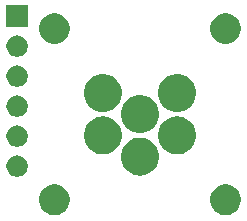
<source format=gbs>
G04 #@! TF.GenerationSoftware,KiCad,Pcbnew,5.1.5-52549c5~84~ubuntu19.10.1*
G04 #@! TF.CreationDate,2020-03-01T18:50:15+01:00*
G04 #@! TF.ProjectId,C245_conn,43323435-5f63-46f6-9e6e-2e6b69636164,rev?*
G04 #@! TF.SameCoordinates,Original*
G04 #@! TF.FileFunction,Soldermask,Bot*
G04 #@! TF.FilePolarity,Negative*
%FSLAX46Y46*%
G04 Gerber Fmt 4.6, Leading zero omitted, Abs format (unit mm)*
G04 Created by KiCad (PCBNEW 5.1.5-52549c5~84~ubuntu19.10.1) date 2020-03-01 18:50:15*
%MOMM*%
%LPD*%
G04 APERTURE LIST*
%ADD10C,0.100000*%
G04 APERTURE END LIST*
D10*
G36*
X107629487Y-116198996D02*
G01*
X107866253Y-116297068D01*
X107866255Y-116297069D01*
X108079339Y-116439447D01*
X108260553Y-116620661D01*
X108402932Y-116833747D01*
X108501004Y-117070513D01*
X108551000Y-117321861D01*
X108551000Y-117578139D01*
X108501004Y-117829487D01*
X108402932Y-118066253D01*
X108402931Y-118066255D01*
X108260553Y-118279339D01*
X108079339Y-118460553D01*
X107866255Y-118602931D01*
X107866254Y-118602932D01*
X107866253Y-118602932D01*
X107629487Y-118701004D01*
X107378139Y-118751000D01*
X107121861Y-118751000D01*
X106870513Y-118701004D01*
X106633747Y-118602932D01*
X106633746Y-118602932D01*
X106633745Y-118602931D01*
X106420661Y-118460553D01*
X106239447Y-118279339D01*
X106097069Y-118066255D01*
X106097068Y-118066253D01*
X105998996Y-117829487D01*
X105949000Y-117578139D01*
X105949000Y-117321861D01*
X105998996Y-117070513D01*
X106097068Y-116833747D01*
X106239447Y-116620661D01*
X106420661Y-116439447D01*
X106633745Y-116297069D01*
X106633747Y-116297068D01*
X106870513Y-116198996D01*
X107121861Y-116149000D01*
X107378139Y-116149000D01*
X107629487Y-116198996D01*
G37*
G36*
X122129487Y-116198996D02*
G01*
X122366253Y-116297068D01*
X122366255Y-116297069D01*
X122579339Y-116439447D01*
X122760553Y-116620661D01*
X122902932Y-116833747D01*
X123001004Y-117070513D01*
X123051000Y-117321861D01*
X123051000Y-117578139D01*
X123001004Y-117829487D01*
X122902932Y-118066253D01*
X122902931Y-118066255D01*
X122760553Y-118279339D01*
X122579339Y-118460553D01*
X122366255Y-118602931D01*
X122366254Y-118602932D01*
X122366253Y-118602932D01*
X122129487Y-118701004D01*
X121878139Y-118751000D01*
X121621861Y-118751000D01*
X121370513Y-118701004D01*
X121133747Y-118602932D01*
X121133746Y-118602932D01*
X121133745Y-118602931D01*
X120920661Y-118460553D01*
X120739447Y-118279339D01*
X120597069Y-118066255D01*
X120597068Y-118066253D01*
X120498996Y-117829487D01*
X120449000Y-117578139D01*
X120449000Y-117321861D01*
X120498996Y-117070513D01*
X120597068Y-116833747D01*
X120739447Y-116620661D01*
X120920661Y-116439447D01*
X121133745Y-116297069D01*
X121133747Y-116297068D01*
X121370513Y-116198996D01*
X121621861Y-116149000D01*
X121878139Y-116149000D01*
X122129487Y-116198996D01*
G37*
G36*
X104213512Y-113703927D02*
G01*
X104362812Y-113733624D01*
X104526784Y-113801544D01*
X104674354Y-113900147D01*
X104799853Y-114025646D01*
X104898456Y-114173216D01*
X104966376Y-114337188D01*
X105001000Y-114511259D01*
X105001000Y-114688741D01*
X104966376Y-114862812D01*
X104898456Y-115026784D01*
X104799853Y-115174354D01*
X104674354Y-115299853D01*
X104526784Y-115398456D01*
X104362812Y-115466376D01*
X104213512Y-115496073D01*
X104188742Y-115501000D01*
X104011258Y-115501000D01*
X103986488Y-115496073D01*
X103837188Y-115466376D01*
X103673216Y-115398456D01*
X103525646Y-115299853D01*
X103400147Y-115174354D01*
X103301544Y-115026784D01*
X103233624Y-114862812D01*
X103199000Y-114688741D01*
X103199000Y-114511259D01*
X103233624Y-114337188D01*
X103301544Y-114173216D01*
X103400147Y-114025646D01*
X103525646Y-113900147D01*
X103673216Y-113801544D01*
X103837188Y-113733624D01*
X103986488Y-113703927D01*
X104011258Y-113699000D01*
X104188742Y-113699000D01*
X104213512Y-113703927D01*
G37*
G36*
X114696217Y-112206665D02*
G01*
X114966995Y-112260525D01*
X115258358Y-112381212D01*
X115520578Y-112556422D01*
X115743578Y-112779422D01*
X115918788Y-113041642D01*
X116039475Y-113333005D01*
X116101000Y-113642315D01*
X116101000Y-113957685D01*
X116039475Y-114266995D01*
X115918788Y-114558358D01*
X115743578Y-114820578D01*
X115520578Y-115043578D01*
X115258358Y-115218788D01*
X114966995Y-115339475D01*
X114696217Y-115393335D01*
X114657686Y-115401000D01*
X114342314Y-115401000D01*
X114303783Y-115393335D01*
X114033005Y-115339475D01*
X113741642Y-115218788D01*
X113479422Y-115043578D01*
X113256422Y-114820578D01*
X113081212Y-114558358D01*
X112960525Y-114266995D01*
X112899000Y-113957685D01*
X112899000Y-113642315D01*
X112960525Y-113333005D01*
X113081212Y-113041642D01*
X113256422Y-112779422D01*
X113479422Y-112556422D01*
X113741642Y-112381212D01*
X114033005Y-112260525D01*
X114303783Y-112206665D01*
X114342314Y-112199000D01*
X114657686Y-112199000D01*
X114696217Y-112206665D01*
G37*
G36*
X111546217Y-110406665D02*
G01*
X111816995Y-110460525D01*
X112108358Y-110581212D01*
X112370578Y-110756422D01*
X112593578Y-110979422D01*
X112768788Y-111241642D01*
X112889475Y-111533005D01*
X112951000Y-111842315D01*
X112951000Y-112157685D01*
X112889475Y-112466995D01*
X112768788Y-112758358D01*
X112593578Y-113020578D01*
X112370578Y-113243578D01*
X112108358Y-113418788D01*
X111816995Y-113539475D01*
X111546217Y-113593335D01*
X111507686Y-113601000D01*
X111192314Y-113601000D01*
X111153783Y-113593335D01*
X110883005Y-113539475D01*
X110591642Y-113418788D01*
X110329422Y-113243578D01*
X110106422Y-113020578D01*
X109931212Y-112758358D01*
X109810525Y-112466995D01*
X109749000Y-112157685D01*
X109749000Y-111842315D01*
X109810525Y-111533005D01*
X109931212Y-111241642D01*
X110106422Y-110979422D01*
X110329422Y-110756422D01*
X110591642Y-110581212D01*
X110883005Y-110460525D01*
X111153783Y-110406665D01*
X111192314Y-110399000D01*
X111507686Y-110399000D01*
X111546217Y-110406665D01*
G37*
G36*
X117846217Y-110406665D02*
G01*
X118116995Y-110460525D01*
X118408358Y-110581212D01*
X118670578Y-110756422D01*
X118893578Y-110979422D01*
X119068788Y-111241642D01*
X119189475Y-111533005D01*
X119251000Y-111842315D01*
X119251000Y-112157685D01*
X119189475Y-112466995D01*
X119068788Y-112758358D01*
X118893578Y-113020578D01*
X118670578Y-113243578D01*
X118408358Y-113418788D01*
X118116995Y-113539475D01*
X117846217Y-113593335D01*
X117807686Y-113601000D01*
X117492314Y-113601000D01*
X117453783Y-113593335D01*
X117183005Y-113539475D01*
X116891642Y-113418788D01*
X116629422Y-113243578D01*
X116406422Y-113020578D01*
X116231212Y-112758358D01*
X116110525Y-112466995D01*
X116049000Y-112157685D01*
X116049000Y-111842315D01*
X116110525Y-111533005D01*
X116231212Y-111241642D01*
X116406422Y-110979422D01*
X116629422Y-110756422D01*
X116891642Y-110581212D01*
X117183005Y-110460525D01*
X117453783Y-110406665D01*
X117492314Y-110399000D01*
X117807686Y-110399000D01*
X117846217Y-110406665D01*
G37*
G36*
X104213512Y-111163927D02*
G01*
X104362812Y-111193624D01*
X104526784Y-111261544D01*
X104674354Y-111360147D01*
X104799853Y-111485646D01*
X104898456Y-111633216D01*
X104966376Y-111797188D01*
X105001000Y-111971259D01*
X105001000Y-112148741D01*
X104966376Y-112322812D01*
X104898456Y-112486784D01*
X104799853Y-112634354D01*
X104674354Y-112759853D01*
X104526784Y-112858456D01*
X104362812Y-112926376D01*
X104213512Y-112956073D01*
X104188742Y-112961000D01*
X104011258Y-112961000D01*
X103986488Y-112956073D01*
X103837188Y-112926376D01*
X103673216Y-112858456D01*
X103525646Y-112759853D01*
X103400147Y-112634354D01*
X103301544Y-112486784D01*
X103233624Y-112322812D01*
X103199000Y-112148741D01*
X103199000Y-111971259D01*
X103233624Y-111797188D01*
X103301544Y-111633216D01*
X103400147Y-111485646D01*
X103525646Y-111360147D01*
X103673216Y-111261544D01*
X103837188Y-111193624D01*
X103986488Y-111163927D01*
X104011258Y-111159000D01*
X104188742Y-111159000D01*
X104213512Y-111163927D01*
G37*
G36*
X114696217Y-108606665D02*
G01*
X114966995Y-108660525D01*
X115258358Y-108781212D01*
X115520578Y-108956422D01*
X115743578Y-109179422D01*
X115918788Y-109441642D01*
X116039475Y-109733005D01*
X116101000Y-110042315D01*
X116101000Y-110357685D01*
X116039475Y-110666995D01*
X115918788Y-110958358D01*
X115743578Y-111220578D01*
X115520578Y-111443578D01*
X115258358Y-111618788D01*
X114966995Y-111739475D01*
X114696217Y-111793335D01*
X114657686Y-111801000D01*
X114342314Y-111801000D01*
X114303783Y-111793335D01*
X114033005Y-111739475D01*
X113741642Y-111618788D01*
X113479422Y-111443578D01*
X113256422Y-111220578D01*
X113081212Y-110958358D01*
X112960525Y-110666995D01*
X112899000Y-110357685D01*
X112899000Y-110042315D01*
X112960525Y-109733005D01*
X113081212Y-109441642D01*
X113256422Y-109179422D01*
X113479422Y-108956422D01*
X113741642Y-108781212D01*
X114033005Y-108660525D01*
X114303783Y-108606665D01*
X114342314Y-108599000D01*
X114657686Y-108599000D01*
X114696217Y-108606665D01*
G37*
G36*
X104213512Y-108623927D02*
G01*
X104362812Y-108653624D01*
X104526784Y-108721544D01*
X104674354Y-108820147D01*
X104799853Y-108945646D01*
X104898456Y-109093216D01*
X104966376Y-109257188D01*
X104996073Y-109406488D01*
X104998876Y-109420578D01*
X105001000Y-109431259D01*
X105001000Y-109608741D01*
X104966376Y-109782812D01*
X104898456Y-109946784D01*
X104799853Y-110094354D01*
X104674354Y-110219853D01*
X104526784Y-110318456D01*
X104362812Y-110386376D01*
X104213512Y-110416073D01*
X104188742Y-110421000D01*
X104011258Y-110421000D01*
X103986488Y-110416073D01*
X103837188Y-110386376D01*
X103673216Y-110318456D01*
X103525646Y-110219853D01*
X103400147Y-110094354D01*
X103301544Y-109946784D01*
X103233624Y-109782812D01*
X103199000Y-109608741D01*
X103199000Y-109431259D01*
X103201125Y-109420578D01*
X103203927Y-109406488D01*
X103233624Y-109257188D01*
X103301544Y-109093216D01*
X103400147Y-108945646D01*
X103525646Y-108820147D01*
X103673216Y-108721544D01*
X103837188Y-108653624D01*
X103986488Y-108623927D01*
X104011258Y-108619000D01*
X104188742Y-108619000D01*
X104213512Y-108623927D01*
G37*
G36*
X111546217Y-106806665D02*
G01*
X111816995Y-106860525D01*
X112108358Y-106981212D01*
X112370578Y-107156422D01*
X112593578Y-107379422D01*
X112768788Y-107641642D01*
X112889475Y-107933005D01*
X112951000Y-108242315D01*
X112951000Y-108557685D01*
X112889475Y-108866995D01*
X112768788Y-109158358D01*
X112593578Y-109420578D01*
X112370578Y-109643578D01*
X112108358Y-109818788D01*
X111816995Y-109939475D01*
X111546217Y-109993335D01*
X111507686Y-110001000D01*
X111192314Y-110001000D01*
X111153783Y-109993335D01*
X110883005Y-109939475D01*
X110591642Y-109818788D01*
X110329422Y-109643578D01*
X110106422Y-109420578D01*
X109931212Y-109158358D01*
X109810525Y-108866995D01*
X109749000Y-108557685D01*
X109749000Y-108242315D01*
X109810525Y-107933005D01*
X109931212Y-107641642D01*
X110106422Y-107379422D01*
X110329422Y-107156422D01*
X110591642Y-106981212D01*
X110883005Y-106860525D01*
X111153783Y-106806665D01*
X111192314Y-106799000D01*
X111507686Y-106799000D01*
X111546217Y-106806665D01*
G37*
G36*
X117846217Y-106806665D02*
G01*
X118116995Y-106860525D01*
X118408358Y-106981212D01*
X118670578Y-107156422D01*
X118893578Y-107379422D01*
X119068788Y-107641642D01*
X119189475Y-107933005D01*
X119251000Y-108242315D01*
X119251000Y-108557685D01*
X119189475Y-108866995D01*
X119068788Y-109158358D01*
X118893578Y-109420578D01*
X118670578Y-109643578D01*
X118408358Y-109818788D01*
X118116995Y-109939475D01*
X117846217Y-109993335D01*
X117807686Y-110001000D01*
X117492314Y-110001000D01*
X117453783Y-109993335D01*
X117183005Y-109939475D01*
X116891642Y-109818788D01*
X116629422Y-109643578D01*
X116406422Y-109420578D01*
X116231212Y-109158358D01*
X116110525Y-108866995D01*
X116049000Y-108557685D01*
X116049000Y-108242315D01*
X116110525Y-107933005D01*
X116231212Y-107641642D01*
X116406422Y-107379422D01*
X116629422Y-107156422D01*
X116891642Y-106981212D01*
X117183005Y-106860525D01*
X117453783Y-106806665D01*
X117492314Y-106799000D01*
X117807686Y-106799000D01*
X117846217Y-106806665D01*
G37*
G36*
X104213512Y-106083927D02*
G01*
X104362812Y-106113624D01*
X104526784Y-106181544D01*
X104674354Y-106280147D01*
X104799853Y-106405646D01*
X104898456Y-106553216D01*
X104966376Y-106717188D01*
X105001000Y-106891259D01*
X105001000Y-107068741D01*
X104966376Y-107242812D01*
X104898456Y-107406784D01*
X104799853Y-107554354D01*
X104674354Y-107679853D01*
X104526784Y-107778456D01*
X104362812Y-107846376D01*
X104213512Y-107876073D01*
X104188742Y-107881000D01*
X104011258Y-107881000D01*
X103986488Y-107876073D01*
X103837188Y-107846376D01*
X103673216Y-107778456D01*
X103525646Y-107679853D01*
X103400147Y-107554354D01*
X103301544Y-107406784D01*
X103233624Y-107242812D01*
X103199000Y-107068741D01*
X103199000Y-106891259D01*
X103233624Y-106717188D01*
X103301544Y-106553216D01*
X103400147Y-106405646D01*
X103525646Y-106280147D01*
X103673216Y-106181544D01*
X103837188Y-106113624D01*
X103986488Y-106083927D01*
X104011258Y-106079000D01*
X104188742Y-106079000D01*
X104213512Y-106083927D01*
G37*
G36*
X104213512Y-103543927D02*
G01*
X104362812Y-103573624D01*
X104526784Y-103641544D01*
X104674354Y-103740147D01*
X104799853Y-103865646D01*
X104898456Y-104013216D01*
X104966376Y-104177188D01*
X105001000Y-104351259D01*
X105001000Y-104528741D01*
X104966376Y-104702812D01*
X104898456Y-104866784D01*
X104799853Y-105014354D01*
X104674354Y-105139853D01*
X104526784Y-105238456D01*
X104362812Y-105306376D01*
X104213512Y-105336073D01*
X104188742Y-105341000D01*
X104011258Y-105341000D01*
X103986488Y-105336073D01*
X103837188Y-105306376D01*
X103673216Y-105238456D01*
X103525646Y-105139853D01*
X103400147Y-105014354D01*
X103301544Y-104866784D01*
X103233624Y-104702812D01*
X103199000Y-104528741D01*
X103199000Y-104351259D01*
X103233624Y-104177188D01*
X103301544Y-104013216D01*
X103400147Y-103865646D01*
X103525646Y-103740147D01*
X103673216Y-103641544D01*
X103837188Y-103573624D01*
X103986488Y-103543927D01*
X104011258Y-103539000D01*
X104188742Y-103539000D01*
X104213512Y-103543927D01*
G37*
G36*
X122129487Y-101698996D02*
G01*
X122366253Y-101797068D01*
X122366255Y-101797069D01*
X122579339Y-101939447D01*
X122760553Y-102120661D01*
X122902932Y-102333747D01*
X123001004Y-102570513D01*
X123051000Y-102821861D01*
X123051000Y-103078139D01*
X123001004Y-103329487D01*
X122902932Y-103566253D01*
X122902931Y-103566255D01*
X122760553Y-103779339D01*
X122579339Y-103960553D01*
X122366255Y-104102931D01*
X122366254Y-104102932D01*
X122366253Y-104102932D01*
X122129487Y-104201004D01*
X121878139Y-104251000D01*
X121621861Y-104251000D01*
X121370513Y-104201004D01*
X121133747Y-104102932D01*
X121133746Y-104102932D01*
X121133745Y-104102931D01*
X120920661Y-103960553D01*
X120739447Y-103779339D01*
X120597069Y-103566255D01*
X120597068Y-103566253D01*
X120498996Y-103329487D01*
X120449000Y-103078139D01*
X120449000Y-102821861D01*
X120498996Y-102570513D01*
X120597068Y-102333747D01*
X120739447Y-102120661D01*
X120920661Y-101939447D01*
X121133745Y-101797069D01*
X121133747Y-101797068D01*
X121370513Y-101698996D01*
X121621861Y-101649000D01*
X121878139Y-101649000D01*
X122129487Y-101698996D01*
G37*
G36*
X107629487Y-101698996D02*
G01*
X107866253Y-101797068D01*
X107866255Y-101797069D01*
X108079339Y-101939447D01*
X108260553Y-102120661D01*
X108402932Y-102333747D01*
X108501004Y-102570513D01*
X108551000Y-102821861D01*
X108551000Y-103078139D01*
X108501004Y-103329487D01*
X108402932Y-103566253D01*
X108402931Y-103566255D01*
X108260553Y-103779339D01*
X108079339Y-103960553D01*
X107866255Y-104102931D01*
X107866254Y-104102932D01*
X107866253Y-104102932D01*
X107629487Y-104201004D01*
X107378139Y-104251000D01*
X107121861Y-104251000D01*
X106870513Y-104201004D01*
X106633747Y-104102932D01*
X106633746Y-104102932D01*
X106633745Y-104102931D01*
X106420661Y-103960553D01*
X106239447Y-103779339D01*
X106097069Y-103566255D01*
X106097068Y-103566253D01*
X105998996Y-103329487D01*
X105949000Y-103078139D01*
X105949000Y-102821861D01*
X105998996Y-102570513D01*
X106097068Y-102333747D01*
X106239447Y-102120661D01*
X106420661Y-101939447D01*
X106633745Y-101797069D01*
X106633747Y-101797068D01*
X106870513Y-101698996D01*
X107121861Y-101649000D01*
X107378139Y-101649000D01*
X107629487Y-101698996D01*
G37*
G36*
X105001000Y-102801000D02*
G01*
X103199000Y-102801000D01*
X103199000Y-100999000D01*
X105001000Y-100999000D01*
X105001000Y-102801000D01*
G37*
M02*

</source>
